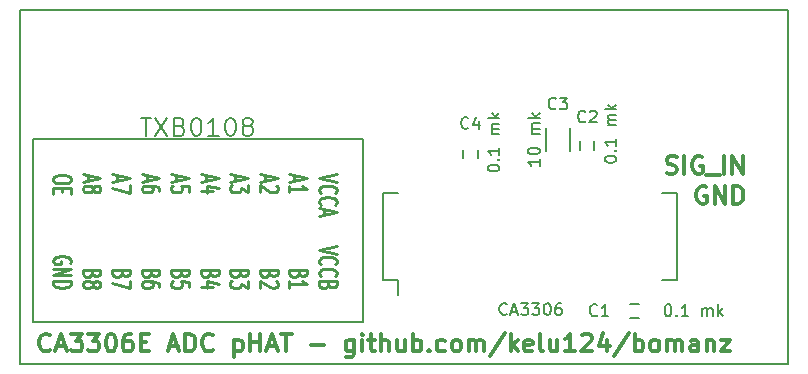
<source format=gbr>
G04 #@! TF.FileFunction,Legend,Top*
%FSLAX46Y46*%
G04 Gerber Fmt 4.6, Leading zero omitted, Abs format (unit mm)*
G04 Created by KiCad (PCBNEW 4.0.6-e0-6349~53~ubuntu16.04.1) date Sat Mar 25 19:46:27 2017*
%MOMM*%
%LPD*%
G01*
G04 APERTURE LIST*
%ADD10C,0.100000*%
%ADD11C,0.300000*%
%ADD12C,0.200000*%
%ADD13C,0.250000*%
%ADD14C,0.150000*%
G04 APERTURE END LIST*
D10*
D11*
X102524287Y-128805714D02*
X102452858Y-128877143D01*
X102238572Y-128948571D01*
X102095715Y-128948571D01*
X101881430Y-128877143D01*
X101738572Y-128734286D01*
X101667144Y-128591429D01*
X101595715Y-128305714D01*
X101595715Y-128091429D01*
X101667144Y-127805714D01*
X101738572Y-127662857D01*
X101881430Y-127520000D01*
X102095715Y-127448571D01*
X102238572Y-127448571D01*
X102452858Y-127520000D01*
X102524287Y-127591429D01*
X103095715Y-128520000D02*
X103810001Y-128520000D01*
X102952858Y-128948571D02*
X103452858Y-127448571D01*
X103952858Y-128948571D01*
X104310001Y-127448571D02*
X105238572Y-127448571D01*
X104738572Y-128020000D01*
X104952858Y-128020000D01*
X105095715Y-128091429D01*
X105167144Y-128162857D01*
X105238572Y-128305714D01*
X105238572Y-128662857D01*
X105167144Y-128805714D01*
X105095715Y-128877143D01*
X104952858Y-128948571D01*
X104524286Y-128948571D01*
X104381429Y-128877143D01*
X104310001Y-128805714D01*
X105738572Y-127448571D02*
X106667143Y-127448571D01*
X106167143Y-128020000D01*
X106381429Y-128020000D01*
X106524286Y-128091429D01*
X106595715Y-128162857D01*
X106667143Y-128305714D01*
X106667143Y-128662857D01*
X106595715Y-128805714D01*
X106524286Y-128877143D01*
X106381429Y-128948571D01*
X105952857Y-128948571D01*
X105810000Y-128877143D01*
X105738572Y-128805714D01*
X107595714Y-127448571D02*
X107738571Y-127448571D01*
X107881428Y-127520000D01*
X107952857Y-127591429D01*
X108024286Y-127734286D01*
X108095714Y-128020000D01*
X108095714Y-128377143D01*
X108024286Y-128662857D01*
X107952857Y-128805714D01*
X107881428Y-128877143D01*
X107738571Y-128948571D01*
X107595714Y-128948571D01*
X107452857Y-128877143D01*
X107381428Y-128805714D01*
X107310000Y-128662857D01*
X107238571Y-128377143D01*
X107238571Y-128020000D01*
X107310000Y-127734286D01*
X107381428Y-127591429D01*
X107452857Y-127520000D01*
X107595714Y-127448571D01*
X109381428Y-127448571D02*
X109095714Y-127448571D01*
X108952857Y-127520000D01*
X108881428Y-127591429D01*
X108738571Y-127805714D01*
X108667142Y-128091429D01*
X108667142Y-128662857D01*
X108738571Y-128805714D01*
X108809999Y-128877143D01*
X108952857Y-128948571D01*
X109238571Y-128948571D01*
X109381428Y-128877143D01*
X109452857Y-128805714D01*
X109524285Y-128662857D01*
X109524285Y-128305714D01*
X109452857Y-128162857D01*
X109381428Y-128091429D01*
X109238571Y-128020000D01*
X108952857Y-128020000D01*
X108809999Y-128091429D01*
X108738571Y-128162857D01*
X108667142Y-128305714D01*
X110167142Y-128162857D02*
X110667142Y-128162857D01*
X110881428Y-128948571D02*
X110167142Y-128948571D01*
X110167142Y-127448571D01*
X110881428Y-127448571D01*
X112595713Y-128520000D02*
X113309999Y-128520000D01*
X112452856Y-128948571D02*
X112952856Y-127448571D01*
X113452856Y-128948571D01*
X113952856Y-128948571D02*
X113952856Y-127448571D01*
X114309999Y-127448571D01*
X114524284Y-127520000D01*
X114667142Y-127662857D01*
X114738570Y-127805714D01*
X114809999Y-128091429D01*
X114809999Y-128305714D01*
X114738570Y-128591429D01*
X114667142Y-128734286D01*
X114524284Y-128877143D01*
X114309999Y-128948571D01*
X113952856Y-128948571D01*
X116309999Y-128805714D02*
X116238570Y-128877143D01*
X116024284Y-128948571D01*
X115881427Y-128948571D01*
X115667142Y-128877143D01*
X115524284Y-128734286D01*
X115452856Y-128591429D01*
X115381427Y-128305714D01*
X115381427Y-128091429D01*
X115452856Y-127805714D01*
X115524284Y-127662857D01*
X115667142Y-127520000D01*
X115881427Y-127448571D01*
X116024284Y-127448571D01*
X116238570Y-127520000D01*
X116309999Y-127591429D01*
X118095713Y-127948571D02*
X118095713Y-129448571D01*
X118095713Y-128020000D02*
X118238570Y-127948571D01*
X118524284Y-127948571D01*
X118667141Y-128020000D01*
X118738570Y-128091429D01*
X118809999Y-128234286D01*
X118809999Y-128662857D01*
X118738570Y-128805714D01*
X118667141Y-128877143D01*
X118524284Y-128948571D01*
X118238570Y-128948571D01*
X118095713Y-128877143D01*
X119452856Y-128948571D02*
X119452856Y-127448571D01*
X119452856Y-128162857D02*
X120309999Y-128162857D01*
X120309999Y-128948571D02*
X120309999Y-127448571D01*
X120952856Y-128520000D02*
X121667142Y-128520000D01*
X120809999Y-128948571D02*
X121309999Y-127448571D01*
X121809999Y-128948571D01*
X122095713Y-127448571D02*
X122952856Y-127448571D01*
X122524285Y-128948571D02*
X122524285Y-127448571D01*
X124595713Y-128377143D02*
X125738570Y-128377143D01*
X128238570Y-127948571D02*
X128238570Y-129162857D01*
X128167141Y-129305714D01*
X128095713Y-129377143D01*
X127952856Y-129448571D01*
X127738570Y-129448571D01*
X127595713Y-129377143D01*
X128238570Y-128877143D02*
X128095713Y-128948571D01*
X127809999Y-128948571D01*
X127667141Y-128877143D01*
X127595713Y-128805714D01*
X127524284Y-128662857D01*
X127524284Y-128234286D01*
X127595713Y-128091429D01*
X127667141Y-128020000D01*
X127809999Y-127948571D01*
X128095713Y-127948571D01*
X128238570Y-128020000D01*
X128952856Y-128948571D02*
X128952856Y-127948571D01*
X128952856Y-127448571D02*
X128881427Y-127520000D01*
X128952856Y-127591429D01*
X129024284Y-127520000D01*
X128952856Y-127448571D01*
X128952856Y-127591429D01*
X129452856Y-127948571D02*
X130024285Y-127948571D01*
X129667142Y-127448571D02*
X129667142Y-128734286D01*
X129738570Y-128877143D01*
X129881428Y-128948571D01*
X130024285Y-128948571D01*
X130524285Y-128948571D02*
X130524285Y-127448571D01*
X131167142Y-128948571D02*
X131167142Y-128162857D01*
X131095713Y-128020000D01*
X130952856Y-127948571D01*
X130738571Y-127948571D01*
X130595713Y-128020000D01*
X130524285Y-128091429D01*
X132524285Y-127948571D02*
X132524285Y-128948571D01*
X131881428Y-127948571D02*
X131881428Y-128734286D01*
X131952856Y-128877143D01*
X132095714Y-128948571D01*
X132309999Y-128948571D01*
X132452856Y-128877143D01*
X132524285Y-128805714D01*
X133238571Y-128948571D02*
X133238571Y-127448571D01*
X133238571Y-128020000D02*
X133381428Y-127948571D01*
X133667142Y-127948571D01*
X133809999Y-128020000D01*
X133881428Y-128091429D01*
X133952857Y-128234286D01*
X133952857Y-128662857D01*
X133881428Y-128805714D01*
X133809999Y-128877143D01*
X133667142Y-128948571D01*
X133381428Y-128948571D01*
X133238571Y-128877143D01*
X134595714Y-128805714D02*
X134667142Y-128877143D01*
X134595714Y-128948571D01*
X134524285Y-128877143D01*
X134595714Y-128805714D01*
X134595714Y-128948571D01*
X135952857Y-128877143D02*
X135810000Y-128948571D01*
X135524286Y-128948571D01*
X135381428Y-128877143D01*
X135310000Y-128805714D01*
X135238571Y-128662857D01*
X135238571Y-128234286D01*
X135310000Y-128091429D01*
X135381428Y-128020000D01*
X135524286Y-127948571D01*
X135810000Y-127948571D01*
X135952857Y-128020000D01*
X136810000Y-128948571D02*
X136667142Y-128877143D01*
X136595714Y-128805714D01*
X136524285Y-128662857D01*
X136524285Y-128234286D01*
X136595714Y-128091429D01*
X136667142Y-128020000D01*
X136810000Y-127948571D01*
X137024285Y-127948571D01*
X137167142Y-128020000D01*
X137238571Y-128091429D01*
X137310000Y-128234286D01*
X137310000Y-128662857D01*
X137238571Y-128805714D01*
X137167142Y-128877143D01*
X137024285Y-128948571D01*
X136810000Y-128948571D01*
X137952857Y-128948571D02*
X137952857Y-127948571D01*
X137952857Y-128091429D02*
X138024285Y-128020000D01*
X138167143Y-127948571D01*
X138381428Y-127948571D01*
X138524285Y-128020000D01*
X138595714Y-128162857D01*
X138595714Y-128948571D01*
X138595714Y-128162857D02*
X138667143Y-128020000D01*
X138810000Y-127948571D01*
X139024285Y-127948571D01*
X139167143Y-128020000D01*
X139238571Y-128162857D01*
X139238571Y-128948571D01*
X141024285Y-127377143D02*
X139738571Y-129305714D01*
X141524286Y-128948571D02*
X141524286Y-127448571D01*
X141667143Y-128377143D02*
X142095714Y-128948571D01*
X142095714Y-127948571D02*
X141524286Y-128520000D01*
X143310000Y-128877143D02*
X143167143Y-128948571D01*
X142881429Y-128948571D01*
X142738572Y-128877143D01*
X142667143Y-128734286D01*
X142667143Y-128162857D01*
X142738572Y-128020000D01*
X142881429Y-127948571D01*
X143167143Y-127948571D01*
X143310000Y-128020000D01*
X143381429Y-128162857D01*
X143381429Y-128305714D01*
X142667143Y-128448571D01*
X144238572Y-128948571D02*
X144095714Y-128877143D01*
X144024286Y-128734286D01*
X144024286Y-127448571D01*
X145452857Y-127948571D02*
X145452857Y-128948571D01*
X144810000Y-127948571D02*
X144810000Y-128734286D01*
X144881428Y-128877143D01*
X145024286Y-128948571D01*
X145238571Y-128948571D01*
X145381428Y-128877143D01*
X145452857Y-128805714D01*
X146952857Y-128948571D02*
X146095714Y-128948571D01*
X146524286Y-128948571D02*
X146524286Y-127448571D01*
X146381429Y-127662857D01*
X146238571Y-127805714D01*
X146095714Y-127877143D01*
X147524285Y-127591429D02*
X147595714Y-127520000D01*
X147738571Y-127448571D01*
X148095714Y-127448571D01*
X148238571Y-127520000D01*
X148310000Y-127591429D01*
X148381428Y-127734286D01*
X148381428Y-127877143D01*
X148310000Y-128091429D01*
X147452857Y-128948571D01*
X148381428Y-128948571D01*
X149667142Y-127948571D02*
X149667142Y-128948571D01*
X149309999Y-127377143D02*
X148952856Y-128448571D01*
X149881428Y-128448571D01*
X151524284Y-127377143D02*
X150238570Y-129305714D01*
X152024285Y-128948571D02*
X152024285Y-127448571D01*
X152024285Y-128020000D02*
X152167142Y-127948571D01*
X152452856Y-127948571D01*
X152595713Y-128020000D01*
X152667142Y-128091429D01*
X152738571Y-128234286D01*
X152738571Y-128662857D01*
X152667142Y-128805714D01*
X152595713Y-128877143D01*
X152452856Y-128948571D01*
X152167142Y-128948571D01*
X152024285Y-128877143D01*
X153595714Y-128948571D02*
X153452856Y-128877143D01*
X153381428Y-128805714D01*
X153309999Y-128662857D01*
X153309999Y-128234286D01*
X153381428Y-128091429D01*
X153452856Y-128020000D01*
X153595714Y-127948571D01*
X153809999Y-127948571D01*
X153952856Y-128020000D01*
X154024285Y-128091429D01*
X154095714Y-128234286D01*
X154095714Y-128662857D01*
X154024285Y-128805714D01*
X153952856Y-128877143D01*
X153809999Y-128948571D01*
X153595714Y-128948571D01*
X154738571Y-128948571D02*
X154738571Y-127948571D01*
X154738571Y-128091429D02*
X154809999Y-128020000D01*
X154952857Y-127948571D01*
X155167142Y-127948571D01*
X155309999Y-128020000D01*
X155381428Y-128162857D01*
X155381428Y-128948571D01*
X155381428Y-128162857D02*
X155452857Y-128020000D01*
X155595714Y-127948571D01*
X155809999Y-127948571D01*
X155952857Y-128020000D01*
X156024285Y-128162857D01*
X156024285Y-128948571D01*
X157381428Y-128948571D02*
X157381428Y-128162857D01*
X157309999Y-128020000D01*
X157167142Y-127948571D01*
X156881428Y-127948571D01*
X156738571Y-128020000D01*
X157381428Y-128877143D02*
X157238571Y-128948571D01*
X156881428Y-128948571D01*
X156738571Y-128877143D01*
X156667142Y-128734286D01*
X156667142Y-128591429D01*
X156738571Y-128448571D01*
X156881428Y-128377143D01*
X157238571Y-128377143D01*
X157381428Y-128305714D01*
X158095714Y-127948571D02*
X158095714Y-128948571D01*
X158095714Y-128091429D02*
X158167142Y-128020000D01*
X158310000Y-127948571D01*
X158524285Y-127948571D01*
X158667142Y-128020000D01*
X158738571Y-128162857D01*
X158738571Y-128948571D01*
X159310000Y-127948571D02*
X160095714Y-127948571D01*
X159310000Y-128948571D01*
X160095714Y-128948571D01*
X154714285Y-113832143D02*
X154928571Y-113903571D01*
X155285714Y-113903571D01*
X155428571Y-113832143D01*
X155500000Y-113760714D01*
X155571428Y-113617857D01*
X155571428Y-113475000D01*
X155500000Y-113332143D01*
X155428571Y-113260714D01*
X155285714Y-113189286D01*
X155000000Y-113117857D01*
X154857142Y-113046429D01*
X154785714Y-112975000D01*
X154714285Y-112832143D01*
X154714285Y-112689286D01*
X154785714Y-112546429D01*
X154857142Y-112475000D01*
X155000000Y-112403571D01*
X155357142Y-112403571D01*
X155571428Y-112475000D01*
X156214285Y-113903571D02*
X156214285Y-112403571D01*
X157714285Y-112475000D02*
X157571428Y-112403571D01*
X157357142Y-112403571D01*
X157142857Y-112475000D01*
X156999999Y-112617857D01*
X156928571Y-112760714D01*
X156857142Y-113046429D01*
X156857142Y-113260714D01*
X156928571Y-113546429D01*
X156999999Y-113689286D01*
X157142857Y-113832143D01*
X157357142Y-113903571D01*
X157499999Y-113903571D01*
X157714285Y-113832143D01*
X157785714Y-113760714D01*
X157785714Y-113260714D01*
X157499999Y-113260714D01*
X158071428Y-114046429D02*
X159214285Y-114046429D01*
X159571428Y-113903571D02*
X159571428Y-112403571D01*
X160285714Y-113903571D02*
X160285714Y-112403571D01*
X161142857Y-113903571D01*
X161142857Y-112403571D01*
X158071428Y-115025000D02*
X157928571Y-114953571D01*
X157714285Y-114953571D01*
X157500000Y-115025000D01*
X157357142Y-115167857D01*
X157285714Y-115310714D01*
X157214285Y-115596429D01*
X157214285Y-115810714D01*
X157285714Y-116096429D01*
X157357142Y-116239286D01*
X157500000Y-116382143D01*
X157714285Y-116453571D01*
X157857142Y-116453571D01*
X158071428Y-116382143D01*
X158142857Y-116310714D01*
X158142857Y-115810714D01*
X157857142Y-115810714D01*
X158785714Y-116453571D02*
X158785714Y-114953571D01*
X159642857Y-116453571D01*
X159642857Y-114953571D01*
X160357143Y-116453571D02*
X160357143Y-114953571D01*
X160714286Y-114953571D01*
X160928571Y-115025000D01*
X161071429Y-115167857D01*
X161142857Y-115310714D01*
X161214286Y-115596429D01*
X161214286Y-115810714D01*
X161142857Y-116096429D01*
X161071429Y-116239286D01*
X160928571Y-116382143D01*
X160714286Y-116453571D01*
X160357143Y-116453571D01*
D12*
X165000000Y-100000000D02*
X100000000Y-100000000D01*
X165000000Y-130000000D02*
X165000000Y-100000000D01*
X100000000Y-130000000D02*
X165000000Y-130000000D01*
X100000000Y-100000000D02*
X100000000Y-130000000D01*
D13*
X126771429Y-119988095D02*
X125271429Y-120321428D01*
X126771429Y-120654762D01*
X125414286Y-121559524D02*
X125342857Y-121511905D01*
X125271429Y-121369048D01*
X125271429Y-121273810D01*
X125342857Y-121130952D01*
X125485714Y-121035714D01*
X125628571Y-120988095D01*
X125914286Y-120940476D01*
X126128571Y-120940476D01*
X126414286Y-120988095D01*
X126557143Y-121035714D01*
X126700000Y-121130952D01*
X126771429Y-121273810D01*
X126771429Y-121369048D01*
X126700000Y-121511905D01*
X126628571Y-121559524D01*
X125414286Y-122559524D02*
X125342857Y-122511905D01*
X125271429Y-122369048D01*
X125271429Y-122273810D01*
X125342857Y-122130952D01*
X125485714Y-122035714D01*
X125628571Y-121988095D01*
X125914286Y-121940476D01*
X126128571Y-121940476D01*
X126414286Y-121988095D01*
X126557143Y-122035714D01*
X126700000Y-122130952D01*
X126771429Y-122273810D01*
X126771429Y-122369048D01*
X126700000Y-122511905D01*
X126628571Y-122559524D01*
X126057143Y-123321429D02*
X125985714Y-123464286D01*
X125914286Y-123511905D01*
X125771429Y-123559524D01*
X125557143Y-123559524D01*
X125414286Y-123511905D01*
X125342857Y-123464286D01*
X125271429Y-123369048D01*
X125271429Y-122988095D01*
X126771429Y-122988095D01*
X126771429Y-123321429D01*
X126700000Y-123416667D01*
X126628571Y-123464286D01*
X126485714Y-123511905D01*
X126342857Y-123511905D01*
X126200000Y-123464286D01*
X126128571Y-123416667D01*
X126057143Y-123321429D01*
X126057143Y-122988095D01*
X123557143Y-122369048D02*
X123485714Y-122511905D01*
X123414286Y-122559524D01*
X123271429Y-122607143D01*
X123057143Y-122607143D01*
X122914286Y-122559524D01*
X122842857Y-122511905D01*
X122771429Y-122416667D01*
X122771429Y-122035714D01*
X124271429Y-122035714D01*
X124271429Y-122369048D01*
X124200000Y-122464286D01*
X124128571Y-122511905D01*
X123985714Y-122559524D01*
X123842857Y-122559524D01*
X123700000Y-122511905D01*
X123628571Y-122464286D01*
X123557143Y-122369048D01*
X123557143Y-122035714D01*
X122771429Y-123559524D02*
X122771429Y-122988095D01*
X122771429Y-123273809D02*
X124271429Y-123273809D01*
X124057143Y-123178571D01*
X123914286Y-123083333D01*
X123842857Y-122988095D01*
X121057143Y-122369048D02*
X120985714Y-122511905D01*
X120914286Y-122559524D01*
X120771429Y-122607143D01*
X120557143Y-122607143D01*
X120414286Y-122559524D01*
X120342857Y-122511905D01*
X120271429Y-122416667D01*
X120271429Y-122035714D01*
X121771429Y-122035714D01*
X121771429Y-122369048D01*
X121700000Y-122464286D01*
X121628571Y-122511905D01*
X121485714Y-122559524D01*
X121342857Y-122559524D01*
X121200000Y-122511905D01*
X121128571Y-122464286D01*
X121057143Y-122369048D01*
X121057143Y-122035714D01*
X121628571Y-122988095D02*
X121700000Y-123035714D01*
X121771429Y-123130952D01*
X121771429Y-123369048D01*
X121700000Y-123464286D01*
X121628571Y-123511905D01*
X121485714Y-123559524D01*
X121342857Y-123559524D01*
X121128571Y-123511905D01*
X120271429Y-122940476D01*
X120271429Y-123559524D01*
X118557143Y-122369048D02*
X118485714Y-122511905D01*
X118414286Y-122559524D01*
X118271429Y-122607143D01*
X118057143Y-122607143D01*
X117914286Y-122559524D01*
X117842857Y-122511905D01*
X117771429Y-122416667D01*
X117771429Y-122035714D01*
X119271429Y-122035714D01*
X119271429Y-122369048D01*
X119200000Y-122464286D01*
X119128571Y-122511905D01*
X118985714Y-122559524D01*
X118842857Y-122559524D01*
X118700000Y-122511905D01*
X118628571Y-122464286D01*
X118557143Y-122369048D01*
X118557143Y-122035714D01*
X119271429Y-122940476D02*
X119271429Y-123559524D01*
X118700000Y-123226190D01*
X118700000Y-123369048D01*
X118628571Y-123464286D01*
X118557143Y-123511905D01*
X118414286Y-123559524D01*
X118057143Y-123559524D01*
X117914286Y-123511905D01*
X117842857Y-123464286D01*
X117771429Y-123369048D01*
X117771429Y-123083333D01*
X117842857Y-122988095D01*
X117914286Y-122940476D01*
X116057143Y-122369048D02*
X115985714Y-122511905D01*
X115914286Y-122559524D01*
X115771429Y-122607143D01*
X115557143Y-122607143D01*
X115414286Y-122559524D01*
X115342857Y-122511905D01*
X115271429Y-122416667D01*
X115271429Y-122035714D01*
X116771429Y-122035714D01*
X116771429Y-122369048D01*
X116700000Y-122464286D01*
X116628571Y-122511905D01*
X116485714Y-122559524D01*
X116342857Y-122559524D01*
X116200000Y-122511905D01*
X116128571Y-122464286D01*
X116057143Y-122369048D01*
X116057143Y-122035714D01*
X116271429Y-123464286D02*
X115271429Y-123464286D01*
X116842857Y-123226190D02*
X115771429Y-122988095D01*
X115771429Y-123607143D01*
X113557143Y-122369048D02*
X113485714Y-122511905D01*
X113414286Y-122559524D01*
X113271429Y-122607143D01*
X113057143Y-122607143D01*
X112914286Y-122559524D01*
X112842857Y-122511905D01*
X112771429Y-122416667D01*
X112771429Y-122035714D01*
X114271429Y-122035714D01*
X114271429Y-122369048D01*
X114200000Y-122464286D01*
X114128571Y-122511905D01*
X113985714Y-122559524D01*
X113842857Y-122559524D01*
X113700000Y-122511905D01*
X113628571Y-122464286D01*
X113557143Y-122369048D01*
X113557143Y-122035714D01*
X114271429Y-123511905D02*
X114271429Y-123035714D01*
X113557143Y-122988095D01*
X113628571Y-123035714D01*
X113700000Y-123130952D01*
X113700000Y-123369048D01*
X113628571Y-123464286D01*
X113557143Y-123511905D01*
X113414286Y-123559524D01*
X113057143Y-123559524D01*
X112914286Y-123511905D01*
X112842857Y-123464286D01*
X112771429Y-123369048D01*
X112771429Y-123130952D01*
X112842857Y-123035714D01*
X112914286Y-122988095D01*
X111057143Y-122369048D02*
X110985714Y-122511905D01*
X110914286Y-122559524D01*
X110771429Y-122607143D01*
X110557143Y-122607143D01*
X110414286Y-122559524D01*
X110342857Y-122511905D01*
X110271429Y-122416667D01*
X110271429Y-122035714D01*
X111771429Y-122035714D01*
X111771429Y-122369048D01*
X111700000Y-122464286D01*
X111628571Y-122511905D01*
X111485714Y-122559524D01*
X111342857Y-122559524D01*
X111200000Y-122511905D01*
X111128571Y-122464286D01*
X111057143Y-122369048D01*
X111057143Y-122035714D01*
X111771429Y-123464286D02*
X111771429Y-123273809D01*
X111700000Y-123178571D01*
X111628571Y-123130952D01*
X111414286Y-123035714D01*
X111128571Y-122988095D01*
X110557143Y-122988095D01*
X110414286Y-123035714D01*
X110342857Y-123083333D01*
X110271429Y-123178571D01*
X110271429Y-123369048D01*
X110342857Y-123464286D01*
X110414286Y-123511905D01*
X110557143Y-123559524D01*
X110914286Y-123559524D01*
X111057143Y-123511905D01*
X111128571Y-123464286D01*
X111200000Y-123369048D01*
X111200000Y-123178571D01*
X111128571Y-123083333D01*
X111057143Y-123035714D01*
X110914286Y-122988095D01*
X108557143Y-122369048D02*
X108485714Y-122511905D01*
X108414286Y-122559524D01*
X108271429Y-122607143D01*
X108057143Y-122607143D01*
X107914286Y-122559524D01*
X107842857Y-122511905D01*
X107771429Y-122416667D01*
X107771429Y-122035714D01*
X109271429Y-122035714D01*
X109271429Y-122369048D01*
X109200000Y-122464286D01*
X109128571Y-122511905D01*
X108985714Y-122559524D01*
X108842857Y-122559524D01*
X108700000Y-122511905D01*
X108628571Y-122464286D01*
X108557143Y-122369048D01*
X108557143Y-122035714D01*
X109271429Y-122940476D02*
X109271429Y-123607143D01*
X107771429Y-123178571D01*
X106057143Y-122369048D02*
X105985714Y-122511905D01*
X105914286Y-122559524D01*
X105771429Y-122607143D01*
X105557143Y-122607143D01*
X105414286Y-122559524D01*
X105342857Y-122511905D01*
X105271429Y-122416667D01*
X105271429Y-122035714D01*
X106771429Y-122035714D01*
X106771429Y-122369048D01*
X106700000Y-122464286D01*
X106628571Y-122511905D01*
X106485714Y-122559524D01*
X106342857Y-122559524D01*
X106200000Y-122511905D01*
X106128571Y-122464286D01*
X106057143Y-122369048D01*
X106057143Y-122035714D01*
X106128571Y-123178571D02*
X106200000Y-123083333D01*
X106271429Y-123035714D01*
X106414286Y-122988095D01*
X106485714Y-122988095D01*
X106628571Y-123035714D01*
X106700000Y-123083333D01*
X106771429Y-123178571D01*
X106771429Y-123369048D01*
X106700000Y-123464286D01*
X106628571Y-123511905D01*
X106485714Y-123559524D01*
X106414286Y-123559524D01*
X106271429Y-123511905D01*
X106200000Y-123464286D01*
X106128571Y-123369048D01*
X106128571Y-123178571D01*
X106057143Y-123083333D01*
X105985714Y-123035714D01*
X105842857Y-122988095D01*
X105557143Y-122988095D01*
X105414286Y-123035714D01*
X105342857Y-123083333D01*
X105271429Y-123178571D01*
X105271429Y-123369048D01*
X105342857Y-123464286D01*
X105414286Y-123511905D01*
X105557143Y-123559524D01*
X105842857Y-123559524D01*
X105985714Y-123511905D01*
X106057143Y-123464286D01*
X106128571Y-123369048D01*
X104200000Y-121464286D02*
X104271429Y-121369048D01*
X104271429Y-121226191D01*
X104200000Y-121083333D01*
X104057143Y-120988095D01*
X103914286Y-120940476D01*
X103628571Y-120892857D01*
X103414286Y-120892857D01*
X103128571Y-120940476D01*
X102985714Y-120988095D01*
X102842857Y-121083333D01*
X102771429Y-121226191D01*
X102771429Y-121321429D01*
X102842857Y-121464286D01*
X102914286Y-121511905D01*
X103414286Y-121511905D01*
X103414286Y-121321429D01*
X102771429Y-121940476D02*
X104271429Y-121940476D01*
X102771429Y-122511905D01*
X104271429Y-122511905D01*
X102771429Y-122988095D02*
X104271429Y-122988095D01*
X104271429Y-123226190D01*
X104200000Y-123369048D01*
X104057143Y-123464286D01*
X103914286Y-123511905D01*
X103628571Y-123559524D01*
X103414286Y-123559524D01*
X103128571Y-123511905D01*
X102985714Y-123464286D01*
X102842857Y-123369048D01*
X102771429Y-123226190D01*
X102771429Y-122988095D01*
X126771429Y-113945238D02*
X125271429Y-114278571D01*
X126771429Y-114611905D01*
X125414286Y-115516667D02*
X125342857Y-115469048D01*
X125271429Y-115326191D01*
X125271429Y-115230953D01*
X125342857Y-115088095D01*
X125485714Y-114992857D01*
X125628571Y-114945238D01*
X125914286Y-114897619D01*
X126128571Y-114897619D01*
X126414286Y-114945238D01*
X126557143Y-114992857D01*
X126700000Y-115088095D01*
X126771429Y-115230953D01*
X126771429Y-115326191D01*
X126700000Y-115469048D01*
X126628571Y-115516667D01*
X125414286Y-116516667D02*
X125342857Y-116469048D01*
X125271429Y-116326191D01*
X125271429Y-116230953D01*
X125342857Y-116088095D01*
X125485714Y-115992857D01*
X125628571Y-115945238D01*
X125914286Y-115897619D01*
X126128571Y-115897619D01*
X126414286Y-115945238D01*
X126557143Y-115992857D01*
X126700000Y-116088095D01*
X126771429Y-116230953D01*
X126771429Y-116326191D01*
X126700000Y-116469048D01*
X126628571Y-116516667D01*
X125700000Y-116897619D02*
X125700000Y-117373810D01*
X125271429Y-116802381D02*
X126771429Y-117135714D01*
X125271429Y-117469048D01*
X123200000Y-114040476D02*
X123200000Y-114516667D01*
X122771429Y-113945238D02*
X124271429Y-114278571D01*
X122771429Y-114611905D01*
X122771429Y-115469048D02*
X122771429Y-114897619D01*
X122771429Y-115183333D02*
X124271429Y-115183333D01*
X124057143Y-115088095D01*
X123914286Y-114992857D01*
X123842857Y-114897619D01*
X120700000Y-114040476D02*
X120700000Y-114516667D01*
X120271429Y-113945238D02*
X121771429Y-114278571D01*
X120271429Y-114611905D01*
X121628571Y-114897619D02*
X121700000Y-114945238D01*
X121771429Y-115040476D01*
X121771429Y-115278572D01*
X121700000Y-115373810D01*
X121628571Y-115421429D01*
X121485714Y-115469048D01*
X121342857Y-115469048D01*
X121128571Y-115421429D01*
X120271429Y-114850000D01*
X120271429Y-115469048D01*
X118200000Y-114040476D02*
X118200000Y-114516667D01*
X117771429Y-113945238D02*
X119271429Y-114278571D01*
X117771429Y-114611905D01*
X119271429Y-114850000D02*
X119271429Y-115469048D01*
X118700000Y-115135714D01*
X118700000Y-115278572D01*
X118628571Y-115373810D01*
X118557143Y-115421429D01*
X118414286Y-115469048D01*
X118057143Y-115469048D01*
X117914286Y-115421429D01*
X117842857Y-115373810D01*
X117771429Y-115278572D01*
X117771429Y-114992857D01*
X117842857Y-114897619D01*
X117914286Y-114850000D01*
X115700000Y-114040476D02*
X115700000Y-114516667D01*
X115271429Y-113945238D02*
X116771429Y-114278571D01*
X115271429Y-114611905D01*
X116271429Y-115373810D02*
X115271429Y-115373810D01*
X116842857Y-115135714D02*
X115771429Y-114897619D01*
X115771429Y-115516667D01*
X113200000Y-114040476D02*
X113200000Y-114516667D01*
X112771429Y-113945238D02*
X114271429Y-114278571D01*
X112771429Y-114611905D01*
X114271429Y-115421429D02*
X114271429Y-114945238D01*
X113557143Y-114897619D01*
X113628571Y-114945238D01*
X113700000Y-115040476D01*
X113700000Y-115278572D01*
X113628571Y-115373810D01*
X113557143Y-115421429D01*
X113414286Y-115469048D01*
X113057143Y-115469048D01*
X112914286Y-115421429D01*
X112842857Y-115373810D01*
X112771429Y-115278572D01*
X112771429Y-115040476D01*
X112842857Y-114945238D01*
X112914286Y-114897619D01*
X110700000Y-114040476D02*
X110700000Y-114516667D01*
X110271429Y-113945238D02*
X111771429Y-114278571D01*
X110271429Y-114611905D01*
X111771429Y-115373810D02*
X111771429Y-115183333D01*
X111700000Y-115088095D01*
X111628571Y-115040476D01*
X111414286Y-114945238D01*
X111128571Y-114897619D01*
X110557143Y-114897619D01*
X110414286Y-114945238D01*
X110342857Y-114992857D01*
X110271429Y-115088095D01*
X110271429Y-115278572D01*
X110342857Y-115373810D01*
X110414286Y-115421429D01*
X110557143Y-115469048D01*
X110914286Y-115469048D01*
X111057143Y-115421429D01*
X111128571Y-115373810D01*
X111200000Y-115278572D01*
X111200000Y-115088095D01*
X111128571Y-114992857D01*
X111057143Y-114945238D01*
X110914286Y-114897619D01*
X108200000Y-114040476D02*
X108200000Y-114516667D01*
X107771429Y-113945238D02*
X109271429Y-114278571D01*
X107771429Y-114611905D01*
X109271429Y-114850000D02*
X109271429Y-115516667D01*
X107771429Y-115088095D01*
X105700000Y-114040476D02*
X105700000Y-114516667D01*
X105271429Y-113945238D02*
X106771429Y-114278571D01*
X105271429Y-114611905D01*
X106128571Y-115088095D02*
X106200000Y-114992857D01*
X106271429Y-114945238D01*
X106414286Y-114897619D01*
X106485714Y-114897619D01*
X106628571Y-114945238D01*
X106700000Y-114992857D01*
X106771429Y-115088095D01*
X106771429Y-115278572D01*
X106700000Y-115373810D01*
X106628571Y-115421429D01*
X106485714Y-115469048D01*
X106414286Y-115469048D01*
X106271429Y-115421429D01*
X106200000Y-115373810D01*
X106128571Y-115278572D01*
X106128571Y-115088095D01*
X106057143Y-114992857D01*
X105985714Y-114945238D01*
X105842857Y-114897619D01*
X105557143Y-114897619D01*
X105414286Y-114945238D01*
X105342857Y-114992857D01*
X105271429Y-115088095D01*
X105271429Y-115278572D01*
X105342857Y-115373810D01*
X105414286Y-115421429D01*
X105557143Y-115469048D01*
X105842857Y-115469048D01*
X105985714Y-115421429D01*
X106057143Y-115373810D01*
X106128571Y-115278572D01*
X104271429Y-114278571D02*
X104271429Y-114469048D01*
X104200000Y-114564286D01*
X104057143Y-114659524D01*
X103771429Y-114707143D01*
X103271429Y-114707143D01*
X102985714Y-114659524D01*
X102842857Y-114564286D01*
X102771429Y-114469048D01*
X102771429Y-114278571D01*
X102842857Y-114183333D01*
X102985714Y-114088095D01*
X103271429Y-114040476D01*
X103771429Y-114040476D01*
X104057143Y-114088095D01*
X104200000Y-114183333D01*
X104271429Y-114278571D01*
X103557143Y-115135714D02*
X103557143Y-115469048D01*
X102771429Y-115611905D02*
X102771429Y-115135714D01*
X104271429Y-115135714D01*
X104271429Y-115611905D01*
D14*
X137500000Y-112600000D02*
X137500000Y-111900000D01*
X138700000Y-111900000D02*
X138700000Y-112600000D01*
X147400000Y-111850000D02*
X147400000Y-111150000D01*
X148600000Y-111150000D02*
X148600000Y-111850000D01*
X130705000Y-122865000D02*
X131975000Y-122865000D01*
X130705000Y-115515000D02*
X131975000Y-115515000D01*
X155615000Y-115515000D02*
X154345000Y-115515000D01*
X155615000Y-122865000D02*
X154345000Y-122865000D01*
X130705000Y-122865000D02*
X130705000Y-115515000D01*
X155615000Y-122865000D02*
X155615000Y-115515000D01*
X131975000Y-122865000D02*
X131975000Y-124150000D01*
D12*
X129000000Y-111000000D02*
X101060000Y-111000000D01*
X101060000Y-111000000D02*
X101060000Y-126494000D01*
X129000000Y-126494000D02*
X101060000Y-126494000D01*
X129000000Y-111000000D02*
X129000000Y-126494000D01*
D14*
X152350000Y-126100000D02*
X151650000Y-126100000D01*
X151650000Y-124900000D02*
X152350000Y-124900000D01*
X144475000Y-110000000D02*
X144475000Y-112000000D01*
X146525000Y-112000000D02*
X146525000Y-110000000D01*
X137933334Y-110007143D02*
X137885715Y-110054762D01*
X137742858Y-110102381D01*
X137647620Y-110102381D01*
X137504762Y-110054762D01*
X137409524Y-109959524D01*
X137361905Y-109864286D01*
X137314286Y-109673810D01*
X137314286Y-109530952D01*
X137361905Y-109340476D01*
X137409524Y-109245238D01*
X137504762Y-109150000D01*
X137647620Y-109102381D01*
X137742858Y-109102381D01*
X137885715Y-109150000D01*
X137933334Y-109197619D01*
X138790477Y-109435714D02*
X138790477Y-110102381D01*
X138552381Y-109054762D02*
X138314286Y-109769048D01*
X138933334Y-109769048D01*
X139552381Y-113464286D02*
X139552381Y-113369047D01*
X139600000Y-113273809D01*
X139647619Y-113226190D01*
X139742857Y-113178571D01*
X139933333Y-113130952D01*
X140171429Y-113130952D01*
X140361905Y-113178571D01*
X140457143Y-113226190D01*
X140504762Y-113273809D01*
X140552381Y-113369047D01*
X140552381Y-113464286D01*
X140504762Y-113559524D01*
X140457143Y-113607143D01*
X140361905Y-113654762D01*
X140171429Y-113702381D01*
X139933333Y-113702381D01*
X139742857Y-113654762D01*
X139647619Y-113607143D01*
X139600000Y-113559524D01*
X139552381Y-113464286D01*
X140457143Y-112702381D02*
X140504762Y-112654762D01*
X140552381Y-112702381D01*
X140504762Y-112750000D01*
X140457143Y-112702381D01*
X140552381Y-112702381D01*
X140552381Y-111702381D02*
X140552381Y-112273810D01*
X140552381Y-111988096D02*
X139552381Y-111988096D01*
X139695238Y-112083334D01*
X139790476Y-112178572D01*
X139838095Y-112273810D01*
X140552381Y-110511905D02*
X139885714Y-110511905D01*
X139980952Y-110511905D02*
X139933333Y-110464286D01*
X139885714Y-110369048D01*
X139885714Y-110226190D01*
X139933333Y-110130952D01*
X140028571Y-110083333D01*
X140552381Y-110083333D01*
X140028571Y-110083333D02*
X139933333Y-110035714D01*
X139885714Y-109940476D01*
X139885714Y-109797619D01*
X139933333Y-109702381D01*
X140028571Y-109654762D01*
X140552381Y-109654762D01*
X140552381Y-109178572D02*
X139552381Y-109178572D01*
X140171429Y-109083334D02*
X140552381Y-108797619D01*
X139885714Y-108797619D02*
X140266667Y-109178572D01*
X147833334Y-109457143D02*
X147785715Y-109504762D01*
X147642858Y-109552381D01*
X147547620Y-109552381D01*
X147404762Y-109504762D01*
X147309524Y-109409524D01*
X147261905Y-109314286D01*
X147214286Y-109123810D01*
X147214286Y-108980952D01*
X147261905Y-108790476D01*
X147309524Y-108695238D01*
X147404762Y-108600000D01*
X147547620Y-108552381D01*
X147642858Y-108552381D01*
X147785715Y-108600000D01*
X147833334Y-108647619D01*
X148214286Y-108647619D02*
X148261905Y-108600000D01*
X148357143Y-108552381D01*
X148595239Y-108552381D01*
X148690477Y-108600000D01*
X148738096Y-108647619D01*
X148785715Y-108742857D01*
X148785715Y-108838095D01*
X148738096Y-108980952D01*
X148166667Y-109552381D01*
X148785715Y-109552381D01*
X149452381Y-112714286D02*
X149452381Y-112619047D01*
X149500000Y-112523809D01*
X149547619Y-112476190D01*
X149642857Y-112428571D01*
X149833333Y-112380952D01*
X150071429Y-112380952D01*
X150261905Y-112428571D01*
X150357143Y-112476190D01*
X150404762Y-112523809D01*
X150452381Y-112619047D01*
X150452381Y-112714286D01*
X150404762Y-112809524D01*
X150357143Y-112857143D01*
X150261905Y-112904762D01*
X150071429Y-112952381D01*
X149833333Y-112952381D01*
X149642857Y-112904762D01*
X149547619Y-112857143D01*
X149500000Y-112809524D01*
X149452381Y-112714286D01*
X150357143Y-111952381D02*
X150404762Y-111904762D01*
X150452381Y-111952381D01*
X150404762Y-112000000D01*
X150357143Y-111952381D01*
X150452381Y-111952381D01*
X150452381Y-110952381D02*
X150452381Y-111523810D01*
X150452381Y-111238096D02*
X149452381Y-111238096D01*
X149595238Y-111333334D01*
X149690476Y-111428572D01*
X149738095Y-111523810D01*
X150452381Y-109761905D02*
X149785714Y-109761905D01*
X149880952Y-109761905D02*
X149833333Y-109714286D01*
X149785714Y-109619048D01*
X149785714Y-109476190D01*
X149833333Y-109380952D01*
X149928571Y-109333333D01*
X150452381Y-109333333D01*
X149928571Y-109333333D02*
X149833333Y-109285714D01*
X149785714Y-109190476D01*
X149785714Y-109047619D01*
X149833333Y-108952381D01*
X149928571Y-108904762D01*
X150452381Y-108904762D01*
X150452381Y-108428572D02*
X149452381Y-108428572D01*
X150071429Y-108333334D02*
X150452381Y-108047619D01*
X149785714Y-108047619D02*
X150166667Y-108428572D01*
X141176191Y-125757143D02*
X141128572Y-125804762D01*
X140985715Y-125852381D01*
X140890477Y-125852381D01*
X140747619Y-125804762D01*
X140652381Y-125709524D01*
X140604762Y-125614286D01*
X140557143Y-125423810D01*
X140557143Y-125280952D01*
X140604762Y-125090476D01*
X140652381Y-124995238D01*
X140747619Y-124900000D01*
X140890477Y-124852381D01*
X140985715Y-124852381D01*
X141128572Y-124900000D01*
X141176191Y-124947619D01*
X141557143Y-125566667D02*
X142033334Y-125566667D01*
X141461905Y-125852381D02*
X141795238Y-124852381D01*
X142128572Y-125852381D01*
X142366667Y-124852381D02*
X142985715Y-124852381D01*
X142652381Y-125233333D01*
X142795239Y-125233333D01*
X142890477Y-125280952D01*
X142938096Y-125328571D01*
X142985715Y-125423810D01*
X142985715Y-125661905D01*
X142938096Y-125757143D01*
X142890477Y-125804762D01*
X142795239Y-125852381D01*
X142509524Y-125852381D01*
X142414286Y-125804762D01*
X142366667Y-125757143D01*
X143319048Y-124852381D02*
X143938096Y-124852381D01*
X143604762Y-125233333D01*
X143747620Y-125233333D01*
X143842858Y-125280952D01*
X143890477Y-125328571D01*
X143938096Y-125423810D01*
X143938096Y-125661905D01*
X143890477Y-125757143D01*
X143842858Y-125804762D01*
X143747620Y-125852381D01*
X143461905Y-125852381D01*
X143366667Y-125804762D01*
X143319048Y-125757143D01*
X144557143Y-124852381D02*
X144652382Y-124852381D01*
X144747620Y-124900000D01*
X144795239Y-124947619D01*
X144842858Y-125042857D01*
X144890477Y-125233333D01*
X144890477Y-125471429D01*
X144842858Y-125661905D01*
X144795239Y-125757143D01*
X144747620Y-125804762D01*
X144652382Y-125852381D01*
X144557143Y-125852381D01*
X144461905Y-125804762D01*
X144414286Y-125757143D01*
X144366667Y-125661905D01*
X144319048Y-125471429D01*
X144319048Y-125233333D01*
X144366667Y-125042857D01*
X144414286Y-124947619D01*
X144461905Y-124900000D01*
X144557143Y-124852381D01*
X145747620Y-124852381D02*
X145557143Y-124852381D01*
X145461905Y-124900000D01*
X145414286Y-124947619D01*
X145319048Y-125090476D01*
X145271429Y-125280952D01*
X145271429Y-125661905D01*
X145319048Y-125757143D01*
X145366667Y-125804762D01*
X145461905Y-125852381D01*
X145652382Y-125852381D01*
X145747620Y-125804762D01*
X145795239Y-125757143D01*
X145842858Y-125661905D01*
X145842858Y-125423810D01*
X145795239Y-125328571D01*
X145747620Y-125280952D01*
X145652382Y-125233333D01*
X145461905Y-125233333D01*
X145366667Y-125280952D01*
X145319048Y-125328571D01*
X145271429Y-125423810D01*
X110173999Y-109165429D02*
X111044856Y-109165429D01*
X110609427Y-110689429D02*
X110609427Y-109165429D01*
X111407713Y-109165429D02*
X112423713Y-110689429D01*
X112423713Y-109165429D02*
X111407713Y-110689429D01*
X113512285Y-109891143D02*
X113729999Y-109963714D01*
X113802571Y-110036286D01*
X113875142Y-110181429D01*
X113875142Y-110399143D01*
X113802571Y-110544286D01*
X113729999Y-110616857D01*
X113584857Y-110689429D01*
X113004285Y-110689429D01*
X113004285Y-109165429D01*
X113512285Y-109165429D01*
X113657428Y-109238000D01*
X113729999Y-109310571D01*
X113802571Y-109455714D01*
X113802571Y-109600857D01*
X113729999Y-109746000D01*
X113657428Y-109818571D01*
X113512285Y-109891143D01*
X113004285Y-109891143D01*
X114818571Y-109165429D02*
X114963714Y-109165429D01*
X115108857Y-109238000D01*
X115181428Y-109310571D01*
X115253999Y-109455714D01*
X115326571Y-109746000D01*
X115326571Y-110108857D01*
X115253999Y-110399143D01*
X115181428Y-110544286D01*
X115108857Y-110616857D01*
X114963714Y-110689429D01*
X114818571Y-110689429D01*
X114673428Y-110616857D01*
X114600857Y-110544286D01*
X114528285Y-110399143D01*
X114455714Y-110108857D01*
X114455714Y-109746000D01*
X114528285Y-109455714D01*
X114600857Y-109310571D01*
X114673428Y-109238000D01*
X114818571Y-109165429D01*
X116778000Y-110689429D02*
X115907143Y-110689429D01*
X116342571Y-110689429D02*
X116342571Y-109165429D01*
X116197428Y-109383143D01*
X116052286Y-109528286D01*
X115907143Y-109600857D01*
X117721429Y-109165429D02*
X117866572Y-109165429D01*
X118011715Y-109238000D01*
X118084286Y-109310571D01*
X118156857Y-109455714D01*
X118229429Y-109746000D01*
X118229429Y-110108857D01*
X118156857Y-110399143D01*
X118084286Y-110544286D01*
X118011715Y-110616857D01*
X117866572Y-110689429D01*
X117721429Y-110689429D01*
X117576286Y-110616857D01*
X117503715Y-110544286D01*
X117431143Y-110399143D01*
X117358572Y-110108857D01*
X117358572Y-109746000D01*
X117431143Y-109455714D01*
X117503715Y-109310571D01*
X117576286Y-109238000D01*
X117721429Y-109165429D01*
X119100286Y-109818571D02*
X118955144Y-109746000D01*
X118882572Y-109673429D01*
X118810001Y-109528286D01*
X118810001Y-109455714D01*
X118882572Y-109310571D01*
X118955144Y-109238000D01*
X119100286Y-109165429D01*
X119390572Y-109165429D01*
X119535715Y-109238000D01*
X119608286Y-109310571D01*
X119680858Y-109455714D01*
X119680858Y-109528286D01*
X119608286Y-109673429D01*
X119535715Y-109746000D01*
X119390572Y-109818571D01*
X119100286Y-109818571D01*
X118955144Y-109891143D01*
X118882572Y-109963714D01*
X118810001Y-110108857D01*
X118810001Y-110399143D01*
X118882572Y-110544286D01*
X118955144Y-110616857D01*
X119100286Y-110689429D01*
X119390572Y-110689429D01*
X119535715Y-110616857D01*
X119608286Y-110544286D01*
X119680858Y-110399143D01*
X119680858Y-110108857D01*
X119608286Y-109963714D01*
X119535715Y-109891143D01*
X119390572Y-109818571D01*
X148833334Y-125857143D02*
X148785715Y-125904762D01*
X148642858Y-125952381D01*
X148547620Y-125952381D01*
X148404762Y-125904762D01*
X148309524Y-125809524D01*
X148261905Y-125714286D01*
X148214286Y-125523810D01*
X148214286Y-125380952D01*
X148261905Y-125190476D01*
X148309524Y-125095238D01*
X148404762Y-125000000D01*
X148547620Y-124952381D01*
X148642858Y-124952381D01*
X148785715Y-125000000D01*
X148833334Y-125047619D01*
X149785715Y-125952381D02*
X149214286Y-125952381D01*
X149500000Y-125952381D02*
X149500000Y-124952381D01*
X149404762Y-125095238D01*
X149309524Y-125190476D01*
X149214286Y-125238095D01*
X154785714Y-124952381D02*
X154880953Y-124952381D01*
X154976191Y-125000000D01*
X155023810Y-125047619D01*
X155071429Y-125142857D01*
X155119048Y-125333333D01*
X155119048Y-125571429D01*
X155071429Y-125761905D01*
X155023810Y-125857143D01*
X154976191Y-125904762D01*
X154880953Y-125952381D01*
X154785714Y-125952381D01*
X154690476Y-125904762D01*
X154642857Y-125857143D01*
X154595238Y-125761905D01*
X154547619Y-125571429D01*
X154547619Y-125333333D01*
X154595238Y-125142857D01*
X154642857Y-125047619D01*
X154690476Y-125000000D01*
X154785714Y-124952381D01*
X155547619Y-125857143D02*
X155595238Y-125904762D01*
X155547619Y-125952381D01*
X155500000Y-125904762D01*
X155547619Y-125857143D01*
X155547619Y-125952381D01*
X156547619Y-125952381D02*
X155976190Y-125952381D01*
X156261904Y-125952381D02*
X156261904Y-124952381D01*
X156166666Y-125095238D01*
X156071428Y-125190476D01*
X155976190Y-125238095D01*
X157738095Y-125952381D02*
X157738095Y-125285714D01*
X157738095Y-125380952D02*
X157785714Y-125333333D01*
X157880952Y-125285714D01*
X158023810Y-125285714D01*
X158119048Y-125333333D01*
X158166667Y-125428571D01*
X158166667Y-125952381D01*
X158166667Y-125428571D02*
X158214286Y-125333333D01*
X158309524Y-125285714D01*
X158452381Y-125285714D01*
X158547619Y-125333333D01*
X158595238Y-125428571D01*
X158595238Y-125952381D01*
X159071428Y-125952381D02*
X159071428Y-124952381D01*
X159166666Y-125571429D02*
X159452381Y-125952381D01*
X159452381Y-125285714D02*
X159071428Y-125666667D01*
X145333334Y-108357143D02*
X145285715Y-108404762D01*
X145142858Y-108452381D01*
X145047620Y-108452381D01*
X144904762Y-108404762D01*
X144809524Y-108309524D01*
X144761905Y-108214286D01*
X144714286Y-108023810D01*
X144714286Y-107880952D01*
X144761905Y-107690476D01*
X144809524Y-107595238D01*
X144904762Y-107500000D01*
X145047620Y-107452381D01*
X145142858Y-107452381D01*
X145285715Y-107500000D01*
X145333334Y-107547619D01*
X145666667Y-107452381D02*
X146285715Y-107452381D01*
X145952381Y-107833333D01*
X146095239Y-107833333D01*
X146190477Y-107880952D01*
X146238096Y-107928571D01*
X146285715Y-108023810D01*
X146285715Y-108261905D01*
X146238096Y-108357143D01*
X146190477Y-108404762D01*
X146095239Y-108452381D01*
X145809524Y-108452381D01*
X145714286Y-108404762D01*
X145666667Y-108357143D01*
X143952381Y-112642857D02*
X143952381Y-113214286D01*
X143952381Y-112928572D02*
X142952381Y-112928572D01*
X143095238Y-113023810D01*
X143190476Y-113119048D01*
X143238095Y-113214286D01*
X142952381Y-112023810D02*
X142952381Y-111928571D01*
X143000000Y-111833333D01*
X143047619Y-111785714D01*
X143142857Y-111738095D01*
X143333333Y-111690476D01*
X143571429Y-111690476D01*
X143761905Y-111738095D01*
X143857143Y-111785714D01*
X143904762Y-111833333D01*
X143952381Y-111928571D01*
X143952381Y-112023810D01*
X143904762Y-112119048D01*
X143857143Y-112166667D01*
X143761905Y-112214286D01*
X143571429Y-112261905D01*
X143333333Y-112261905D01*
X143142857Y-112214286D01*
X143047619Y-112166667D01*
X143000000Y-112119048D01*
X142952381Y-112023810D01*
X143952381Y-110500000D02*
X143285714Y-110500000D01*
X143380952Y-110500000D02*
X143333333Y-110452381D01*
X143285714Y-110357143D01*
X143285714Y-110214285D01*
X143333333Y-110119047D01*
X143428571Y-110071428D01*
X143952381Y-110071428D01*
X143428571Y-110071428D02*
X143333333Y-110023809D01*
X143285714Y-109928571D01*
X143285714Y-109785714D01*
X143333333Y-109690476D01*
X143428571Y-109642857D01*
X143952381Y-109642857D01*
X143952381Y-109166667D02*
X142952381Y-109166667D01*
X143571429Y-109071429D02*
X143952381Y-108785714D01*
X143285714Y-108785714D02*
X143666667Y-109166667D01*
M02*

</source>
